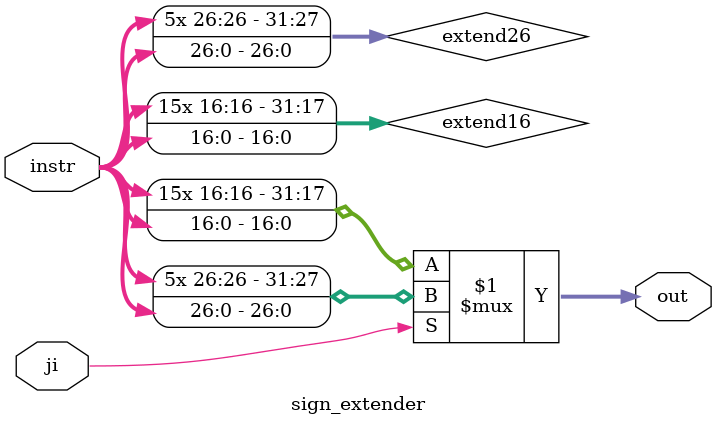
<source format=v>
module sign_extender(input[31:0] instr, input ji, output[31:0] out);
    wire[4:0] op;
    wire [31:0] extend16, extend26;
    wire ji;
    assign extend16 = {{15{instr[16]}}, {instr[16:0]}};
    assign extend26 = {{5{instr[26]}}, {instr[26:0]}};
    assign out = ji ? extend26: extend16;

endmodule
</source>
